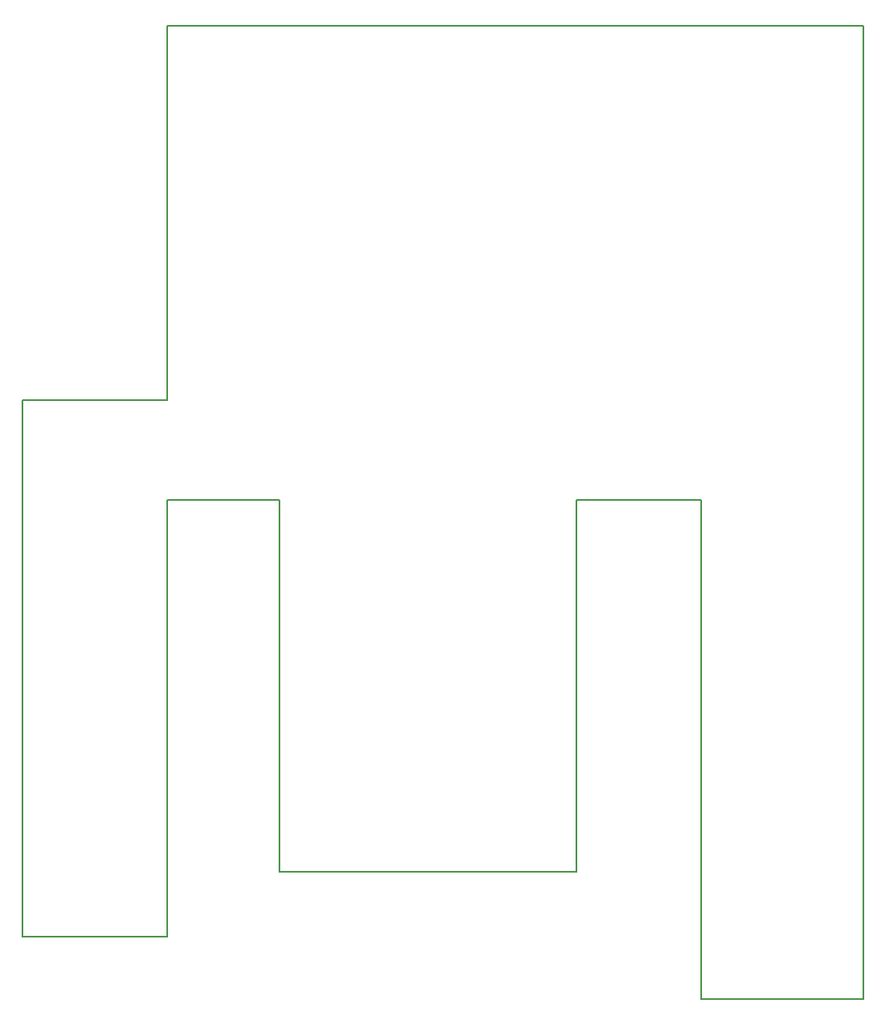
<source format=gm1>
G04 #@! TF.GenerationSoftware,KiCad,Pcbnew,5.0.2+dfsg1-1~bpo9+1*
G04 #@! TF.CreationDate,2019-06-29T23:35:38+02:00*
G04 #@! TF.ProjectId,PCB_I2C,5043425f-4932-4432-9e6b-696361645f70,rev?*
G04 #@! TF.SameCoordinates,Original*
G04 #@! TF.FileFunction,Profile,NP*
%FSLAX46Y46*%
G04 Gerber Fmt 4.6, Leading zero omitted, Abs format (unit mm)*
G04 Created by KiCad (PCBNEW 5.0.2+dfsg1-1~bpo9+1) date sam. 29 juin 2019 23:35:38 CEST*
%MOMM*%
%LPD*%
G01*
G04 APERTURE LIST*
%ADD10C,0.200000*%
%ADD11C,0.150000*%
G04 APERTURE END LIST*
D10*
X149860000Y-135636000D02*
X149860000Y-97790000D01*
X162560000Y-97790000D02*
X162560000Y-148590000D01*
X162560000Y-97790000D02*
X149860000Y-97790000D01*
D11*
X108204000Y-49530000D02*
X108204000Y-70866000D01*
X144272000Y-49530000D02*
X108204000Y-49530000D01*
D10*
X93472000Y-142240000D02*
X93472000Y-141986000D01*
X108204000Y-142240000D02*
X93472000Y-142240000D01*
X108204000Y-97790000D02*
X108204000Y-142240000D01*
X119634000Y-97790000D02*
X108204000Y-97790000D01*
X119634000Y-135636000D02*
X119634000Y-97790000D01*
X149860000Y-135636000D02*
X119634000Y-135636000D01*
X108204000Y-87630000D02*
X108204000Y-70866000D01*
X93472000Y-87630000D02*
X108204000Y-87630000D01*
X93472000Y-141986000D02*
X93472000Y-87630000D01*
D11*
X179070000Y-49530000D02*
X144272000Y-49530000D01*
D10*
X179070000Y-148590000D02*
X162560000Y-148590000D01*
X179070000Y-49530000D02*
X179070000Y-148590000D01*
M02*

</source>
